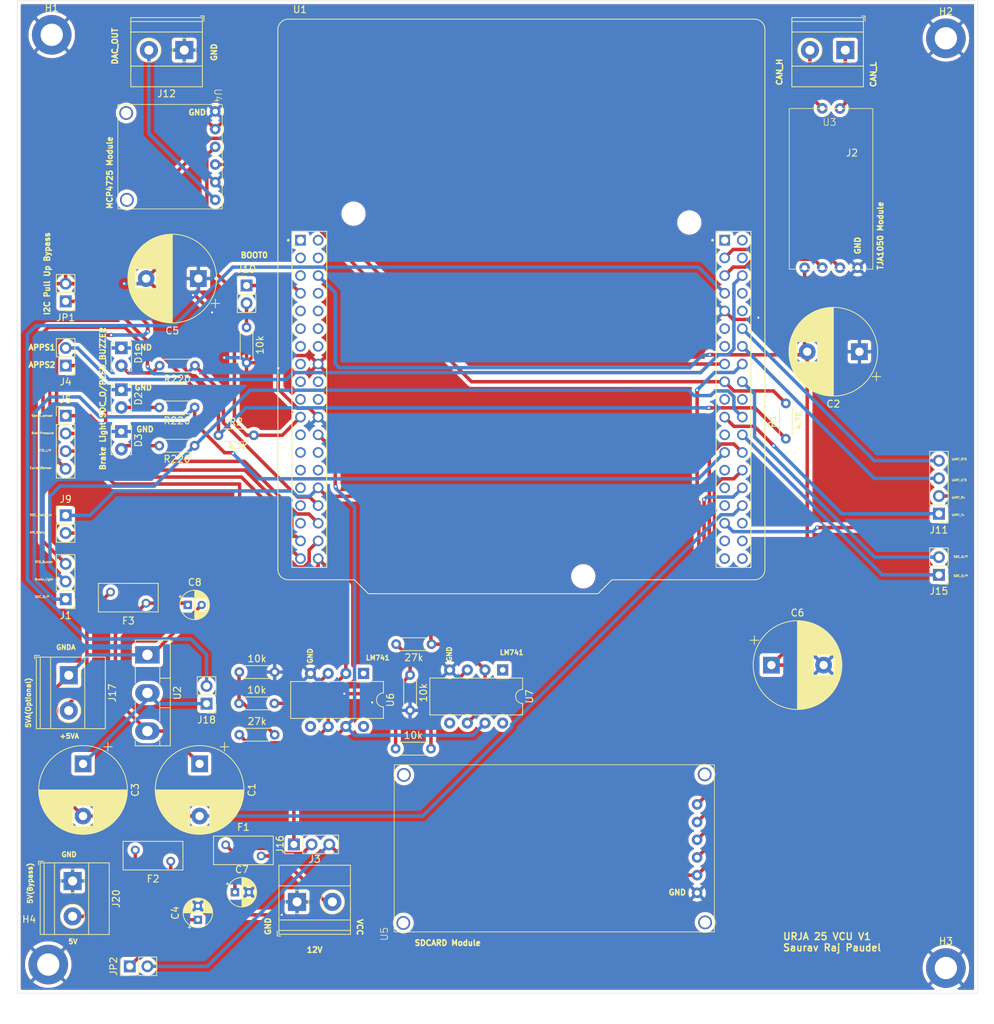
<source format=kicad_pcb>
(kicad_pcb (version 20240108) (generator "pcbnew") (generator_version "8.0")
  (layers (0 "F.Cu" signal) (31 "B.Cu" signal) (34 "B.Paste" user) (35 "F.Paste" user) (36 "B.SilkS" user "B.Silkscreen") (37 "F.SilkS" user "F.Silkscreen") (38 "B.Mask" user) (39 "F.Mask" user) (44 "Edge.Cuts" user))
  (net 0 "")
  (net 1 "GND")
  (net 2 "GNDA")
  (net 3 "CAN_L")
  (net 4 "CAN_H")
  (net 5 "+5VA")
  (net 6 "+5V")
  (net 7 "Net-(J18-Pin_1)")
  (net 8 "5V")
  (net 9 "Net-(D1-A)")
  (net 10 "Net-(D2-A)")
  (net 11 "Net-(D3-A)")
  (net 12 "SDC_O{slash}P_DIGITAL")
  (net 13 "Net-(J16-Pin_2)")
  (net 14 "APPS_Sensor1")
  (net 15 "APPS_Sensor2")
  (net 16 "Current_sensor_BSPD_ANALOG")
  (net 17 "RTD_DIGITAL_INPUT")
  (net 18 "Speed_Sensor_ANALOG_DIGITAL")
  (net 19 "RTD_Buzzer_Digital")
  (net 20 "UART_RTS")
  (net 21 "UART_Rx")
  (net 22 "UART_Tx")
  (net 23 "UART_CTS")
  (net 24 "Brake_Light_Digital")
  (net 25 "SD_CARD_CLK")
  (net 26 "SD_CARD_MOSI")
  (net 27 "SD_CARD_NSS")
  (net 28 "SD_CARD_MISO")
  (net 29 "Free_Output_GPIO2")
  (net 30 "Free_Output_GPIO1")
  (net 31 "+12V")
  (net 32 "+3.3VA")
  (net 33 "BOOT0")
  (net 34 "Net-(J19-Pin_2)")
  (net 35 "DAC_OUT")
  (net 36 "BrakePressureSensor")
  (net 37 "3V3")
  (net 38 "CAN_TX")
  (net 70 "CAN_RX")
  (net 81 "SDC_Status_In_VCU")
  (net 82 "Free_GPIO1_AIR_Status")
  (net 83 "Net-(JP1-A)")
  (net 84 "Net-(R11-Pad1)")
  (net 85 "Net-(R10-Pad1)")
  (net 86 "Net-(U6-+)")
  (net 87 "Net-(U7-+)")
  (net 88 "I2C_SCL_N")
  (net 90 "I2C_SDA_P")
  (net 98 "Net-(J3-Pin_2)")
  (net 99 "Net-(J20-Pin_2)")
  (net 100 "Net-(J17-Pin_2)")
  (footprint "MountingHole:MountingHole_3.2mm_M3_ISO7380_Pad" (layer "F.Cu") (at 169.7 23.14)
    (property "Reference" "H2")
    (property "Value" "MountingHole_Pad")
  )
  (footprint "TerminalBlock_Phoenix:TerminalBlock_Phoenix_MKDS-1,5-2-5.08_1x02_P5.08mm_Horizontal" (layer "F.Cu") (at 155.245 24.835 180)
    (property "Reference" "J2")
    (property "Value" "Conn_01x02_Pin")
  )
  (footprint "Fuse:Fuse_BelFuse_0ZRE0005FF_L8.3mm_W3.8mm" (layer "F.Cu") (at 54.75 104.25 180)
    (property "Reference" "F3")
    (property "Value" "Polyfuse")
  )
  (footprint "Capacitor_THT:CP_Radial_D4.0mm_P2.00mm" (layer "F.Cu") (at 62.2 149.713959 90)
    (property "Reference" "C4")
    (property "Value" "10uf")
  )
  (footprint "Resistor_THT:R_Axial_DIN0204_L3.6mm_D1.6mm_P5.08mm_Horizontal" (layer "F.Cu") (at 68.16 123.14)
    (property "Reference" "27k")
    (property "Value" "R")
  )
  (footprint "Resistor_THT:R_Axial_DIN0204_L3.6mm_D1.6mm_P5.08mm_Horizontal" (layer "F.Cu") (at 61.74 81.64 180)
    (property "Reference" "R220")
    (property "Value" "R220")
  )
  (footprint "Connector_PinHeader_2.54mm:PinHeader_1x04_P2.54mm_Vertical" (layer "F.Cu") (at 43.2 77.34)
    (property "Reference" "J5")
    (property "Value" "Conn_01x04_Pin")
  )
  (footprint "LED_THT:LED_D2.0mm_W4.0mm_H2.8mm_FlatTop" (layer "F.Cu") (at 51.2 73.6 -90)
    (property "Reference" "D2")
    (property "Value" "D")
  )
  (footprint "Capacitor_THT:CP_Radial_D4.0mm_P2.00mm" (layer "F.Cu") (at 60.75 104.5)
    (property "Reference" "C8")
    (property "Value" "C")
  )
  (footprint "Package_DIP:CERDIP-8_W7.62mm_SideBrazed" (layer "F.Cu") (at 106.01 113.835 -90)
    (property "Reference" "U7")
    (property "Value" "LM741")
  )
  (footprint "Resistor_THT:R_Axial_DIN0204_L3.6mm_D1.6mm_P5.08mm_Horizontal" (layer "F.Cu") (at 146.7 80.64 90)
    (property "Reference" "R1")
    (property "Value" "4.7K")
  )
  (footprint "MountingHole:MountingHole_3.2mm_M3_ISO7380_Pad" (layer "F.Cu") (at 169.7 156.64)
    (property "Reference" "H3")
    (property "Value" "MountingHole_Pad")
  )
  (footprint "Resistor_THT:R_Axial_DIN0204_L3.6mm_D1.6mm_P5.08mm_Horizontal" (layer "F.Cu") (at 68.16 114.14)
    (property "Reference" "10k")
    (property "Value" "R")
  )
  (footprint "Capacitor_THT:CP_Radial_D4.0mm_P2.00mm" (layer "F.Cu") (at 67.527401 145.75)
    (property "Reference" "C7")
    (property "Value" "C")
  )
  (footprint "LED_THT:LED_D2.0mm_W4.0mm_H2.8mm_FlatTop" (layer "F.Cu") (at 51.2 79.6 -90)
    (property "Reference" "D3")
    (property "Value" "D")
  )
  (footprint "Capacitor_THT:CP_Radial_D12.5mm_P7.50mm" (layer "F.Cu") (at 157.273959 68.14 180)
    (property "Reference" "C2")
    (property "Value" "C")
  )
  (footprint "Connector_PinHeader_2.54mm:PinHeader_1x03_P2.54mm_Vertical" (layer "F.Cu") (at 76.005 138.89 90)
    (property "Reference" "J16")
    (property "Value" "Conn_01x03_Pin")
  )
  (footprint "Resistor_THT:R_Axial_DIN0204_L3.6mm_D1.6mm_P5.08mm_Horizontal" (layer "F.Cu") (at 65.16 80.14)
    (property "Reference" "R2")
    (property "Value" "4.7K")
  )
  (footprint "Fuse:Fuse_BelFuse_0ZRE0005FF_L8.3mm_W3.8mm" (layer "F.Cu") (at 66.2 138.95)
    (property "Reference" "F1")
    (property "Value" "Polyfuse")
  )
  (footprint "TerminalBlock_Phoenix:TerminalBlock_Phoenix_MKDS-1,5-2-5.08_1x02_P5.08mm_Horizontal" (layer "F.Cu") (at 76.45 147.14)
    (property "Reference" "J3")
    (property "Value" "Screw_Terminal_01x02")
  )
  (footprint "Library:ST_NUCLEO-F410RB" (layer "F.Cu") (at 108.7 61.64)
    (property "Reference" "U1")
    (property "Value" "~")
  )
  (footprint "Connector_PinHeader_2.54mm:PinHeader_1x02_P2.54mm_Vertical" (layer "F.Cu") (at 69.2 58.64)
    (property "Reference" "J19")
    (property "Value" "Conn_01x02_Pin")
  )
  (footprint "Connector_PinHeader_2.54mm:PinHeader_1x02_P2.54mm_Vertical" (layer "F.Cu") (at 168.7 100.18 180)
    (property "Reference" "J15")
    (property "Value" "Conn_01x02_Pin")
  )
  (footprint "Resistor_THT:R_Axial_DIN0204_L3.6mm_D1.6mm_P5.08mm_Horizontal" (layer "F.Cu") (at 61.74 76.14 180)
    (property "Reference" "R220")
    (property "Value" "R220")
  )
  (footprint "Resistor_THT:R_Axial_DIN0204_L3.6mm_D1.6mm_P5.08mm_Horizontal" (layer "F.Cu") (at 90.62 125.14)
    (property "Reference" "10k")
    (property "Value" "R")
  )
  (footprint "Fuse:Fuse_BelFuse_0ZRE0005FF_L8.3mm_W3.8mm" (layer "F.Cu") (at 58.3 141.3 180)
    (property "Reference" "F2")
    (property "Value" "Polyfuse")
  )
  (footprint "Capacitor_THT:CP_Radial_D12.5mm_P7.50mm" (layer "F.Cu") (at 144.626041 113.14)
    (property "Reference" "C6")
    (property "Value" "C")
  )
  (footprint "Resistor_THT:R_Axial_DIN0204_L3.6mm_D1.6mm_P5.08mm_Horizontal" (layer "F.Cu") (at 95.78 110.14 180)
    (property "Reference" "27k")
    (property "Value" "27k")
  )
  (footprint "Capacitor_THT:CP_Radial_D12.5mm_P7.50mm" (layer "F.Cu") (at 45.7 127.316041 -90)
    (property "Reference" "C3")
    (property "Value" "10uf")
  )
  (footprint "MountingHole:MountingHole_3.2mm_M3_ISO7380_Pad" (layer "F.Cu") (at 40.7 156.14)
    (property "Reference" "H4")
    (property "Value" "MountingHole_Pad")
  )
  (footprint "Library:TJA1050_Module" (layer "F.Cu") (at 151.936 33.2227)
    (property "Reference" "U3")
    (property "Value" "~")
  )
  (footprint "Library:MCP4725" (layer "F.Cu") (at 64.7 33.64 -90)
    (property "Reference" "U4")
    (property "Value" "~")
  )
  (footprint "Connector_PinHeader_2.54mm:PinHeader_1x02_P2.54mm_Vertical" (layer "F.Cu") (at 43.2 91.64)
    (property "Reference" "J9")
    (property "Value" "Conn_01x02_Pin")
  )
  (footprint "Capacitor_THT:CP_Radial_D12.5mm_P7.50mm" (layer "F.Cu") (at 62.273959 57.64 180)
    (property "Reference" "C5")
    (property "Value" "C")
  )
  (footprint "Resistor_THT:R_Axial_DIN0204_L3.6mm_D1.6mm_P5.08mm_Horizontal" (layer "F.Cu") (at 68.12 118.64)
    (property "Reference" "10k")
    (property "Value" "R")
  )
  (footprint "Capacitor_THT:CP_Radial_D12.5mm_P7.50mm" (layer "F.Cu") (at 62.45 127.316041 -90)
    (property "Reference" "C1")
    (property "Value" "10uf")
  )
  (footprint "Library:sdcard_module" (layer "F.Cu") (at 136.42 139.45 90)
    (property "Reference" "U5")
    (property "Value" "~")
  )
  (footprint "LED_THT:LED_D2.0mm_W4.0mm_H2.8mm_FlatTop" (layer "F.Cu") (at 51.2 67.6 -90)
    (property "Reference" "D1")
    (property "Value" "D")
  )
  (footprint "TerminalBlock_Phoenix:TerminalBlock_Phoenix_MKDS-1,5-2-5.08_1x02_P5.08mm_Horizontal" (layer "F.Cu") (at 43.645 114.595 -90)
    (property "Reference" "J17")
    (property "Value" "Screw_Terminal_01x02")
  )
  (footprint "Package_TO_SOT_THT:TO-218-3_Vertical" (layer "F.Cu") (at 54.95 111.665 -90)
    (property "Reference" "U2")
    (property "Value" "TLV76133DCY")
  )
  (footprint "MountingHole:MountingHole_3.2mm_M3_ISO7380_Pad" (layer "F.Cu") (at 41.2 22.64)
    (property "Reference" "H1")
    (property "Value" "MountingHole_Pad")
  )
  (footprint "Connector_PinHeader_2.54mm:PinHeader_1x02_P2.54mm_Vertical" (layer "F.Cu") (at 43.2 70.14 180)
    (property "Reference" "J4")
    (property "Value" "Conn_01x02_Pin")
  )
  (footprint "Connector_PinHeader_2.54mm:PinHeader_1x04_P2.54mm_Vertical" (layer "F.Cu") (at 168.7 91.405 180)
    (property "Reference" "J11")
    (property "Value" "Conn_01x04_Pin")
  )
  (footprint "Connector_PinHeader_2.54mm:PinHeader_1x02_P2.54mm_Vertical" (layer "F.Cu") (at 63.45 118.68 180)
    (property "Reference" "J18")
    (property "Value" "Analog Voltage Bypass")
  )
  (footprint "Resistor_THT:R_Axial_DIN0204_L3.6mm_D1.6mm_P5.08mm_Horizontal" (layer "F.Cu") (at 69.2 64.64 -90)
    (property "Reference" "10k")
    (property "Value" "R")
  )
  (footprint "Connector_PinHeader_2.54mm:PinHeader_1x02_P2.54mm_Vertical" (layer "F.Cu") (at 52.41 156.39 90)
    (property "Reference" "JP2")
    (property "Value" "SolderJumper_2_Open")
  )
  (footprint "Connector_PinHeader_2.54mm:PinHeader_1x03_P2.54mm_Vertical" (layer "F.Cu") (at 43.2 103.68 180)
    (property "Reference" "J1")
    (property "Value" "Conn_01x03_Pin")
  )
  (footprint "Connector_PinHeader_2.54mm:PinHeader_1x02_P2.54mm_Vertical" (layer "F.Cu") (at 43.2 60.915 180)
    (property "Reference" "JP1")
    (property "Value" "SolderJumper_2_Open")
  )
  (footprint "TerminalBlock_Phoenix:TerminalBlock_Phoenix_MKDS-1,5-2-5.08_1x02_P5.08mm_Horizontal" (layer "F.Cu") (at 60.245 24.835 180)
    (property "Reference" "J12")
    (property "Value" "Conn_01x02_Pin")
  )
  (footprint "Resistor_THT:R_Axial_DIN0204_L3.6mm_D1.6mm_P5.08mm_Horizontal" (layer "F.Cu") (at 61.78 70.14 180)
    (property "Reference" "R220")
    (property "Value" "R220")
  )
  (footprint "Package_DIP:CERDIP-8_W7.62mm_SideBrazed" (layer "F.Cu") (at 86.01 114.335 -90)
    (property "Reference" "U6")
    (property "Value" "LM741")
  )
  (footprint "Resistor_THT:R_Axial_DIN0204_L3.6mm_D1.6mm_P5.08mm_Horizontal" (layer "F.Cu") (at 92.7 114.56 -90)
    (property "Reference" "10k")
    (property "Value" "R")
  )
  (footprint "TerminalBlock_Phoenix:TerminalBlock_Phoenix_MKDS-1,5-2-5.08_1x02_P5.08mm_Horizontal" (layer "F.Cu") (at 44.2 144.14 -90)
    (property "Reference" "J20")
    (property "Value" "Screw_Terminal_01x02")
  )
  (gr_rect (start 36.25 17.75) (end 174.25 160.25) (stroke (width 0.05)) (fill none) (layer "Edge.Cuts"))
  (gr_text "GND\n" (at 129.75 146.25 0) (layer "F.SilkS") (effects (font (size 0.8 0.8) (thickness 0.2) (bold yes)) (justify left bottom)))
  (gr_text "VCC" (at 85 149.5 270) (layer "F.SilkS") (effects (font (size 0.8 0.8) (thickness 0.2) (bold yes)) (justify left bottom)))
  (gr_text "4.7K" (at 149 79.5 90) (layer "F.SilkS") (effects (font (size 0.8 0.8) (thickness 0.2) (bold yes)) (justify left bottom)))
  (gr_text "TJA1050 Module" (at 160.75 56.5 90) (layer "F.SilkS") (effects (font (size 0.8 0.8) (thickness 0.2) (bold yes)) (justify left bottom)))
  (gr_text "APPS1" (at 37.75 68 0) (layer "F.SilkS") (effects (font (size 0.8 0.8) (thickness 0.2) (bold yes)) (justify left bottom)))
  (gr_text "CAN_L" (at 159.75 30.25 90) (layer "F.SilkS") (effects (font (size 0.8 0.8) (thickness 0.2) (bold yes)) (justify left bottom)))
  (gr_text "UART_Rx" (at 170.5 89.25 0) (layer "F.SilkS") (effects (font (size 0.3 0.3) (thickness 0.075) (bold yes)) (justify left bottom)))
  (gr_text "GND" (at 60.75 34.25 0) (layer "F.SilkS") (effects (font (size 0.8 0.8) (thickness 0.2) (bold yes)) (justify left bottom)))
  (gr_text "GND" (at 78.75 113 90) (layer "F.SilkS") (effects (font (size 0.7 0.7) (thickness 0.175) (bold yes)) (justify left bottom)))
  (gr_text "5VA(Optional)" (at 38.25 122.25 90) (layer "F.SilkS") (effects (font (size 0.7 0.7) (thickness 0.175) (bold yes)) (justify left bottom)))
  (gr_text "RTD_I/P" (at 39.25 82.5 0) (layer "F.SilkS") (effects (font (size 0.3 0.3) (thickness 0.075) (bold yes)) (justify left bottom)))
  (gr_text "BOOT0" (at 68.25 54.75 0) (layer "F.SilkS") (effects (font (size 0.8 0.8) (thickness 0.2) (bold yes)) (justify left bottom)))
  (gr_text "SDCARD Module" (at 93.25 153.5 0) (layer "F.SilkS") (effects (font (size 0.8 0.8) (thickness 0.2) (bold yes)) (justify left bottom)))
  (gr_text "URJA 25 VCU V1\nSaurav Raj Paudel " (at 146.2 154.3 0) (layer "F.SilkS") (effects (font (size 1 1) (thickness 0.2) (bold yes)) (justify left bottom)))
  (gr_text "CAN_H" (at 146.25 30 90) (layer "F.SilkS") (effects (font (size 0.8 0.8) (thickness 0.2) (bold yes)) (justify left bottom)))
  (gr_text "DAC_OUT" (at 50.75 27 90) (layer "F.SilkS") (effects (font (size 0.8 0.8) (thickness 0.2) (bold yes)) (justify left bottom)))
  (gr_text "BrakePressure" (at 38.25 80 0) (layer "F.SilkS") (effects (font (size 0.3 0.3) (thickness 0.075) (bold yes)) (justify left bottom)))
  (gr_text "SDC_Status_In" (at 38 91.75 0) (layer "F.SilkS") (effects (font (size 0.3 0.3) (thickness 0.075) (bold yes)) (justify left bottom)))
  (gr_text "4.7K" (at 66.5 82.25 0) (layer "F.SilkS") (effects (font (size 0.8 0.8) (thickness 0.2) (bold yes)) (justify left bottom)))
  (gr_text "RTD_Buzzer" (at 38.75 98.5 0) (layer "F.SilkS") (effects (font (size 0.3 0.3) (thickness 0.075) (bold yes)) (justify left bottom)))
  (gr_text "LM741" (at 86.25 112.5 0) (layer "F.SilkS") (effects (font (size 0.7 0.7) (thickness 0.175) (bold yes)) (justify left bottom)))
  (gr_text "GND" (at 65 26.5 90) (layer "F.SilkS") (effects (font (size 0.8 0.8) (thickness 0.2) (bold yes)) (justify left bottom)))
  (gr_text "Brake Light" (at 49 85.25 90) (layer "F.SilkS") (effects (font (size 0.8 0.8) (thickness 0.2) (bold yes)) (justify left bottom)))
  (gr_text "5V(Bypass)" (at 38.5 147.5 90) (layer "F.SilkS") (effects (font (size 0.7 0.7) (thickness 0.175) (bold yes)) (justify left bottom)))
  (gr_text "12V" (at 77.75 154.5 0) (layer "F.SilkS") (effects (font (size 0.8 0.8) (thickness 0.2) (bold yes)) (justify left bottom)))
  (gr_text "UART_RTS" (at 170.5 83.75 0) (layer "F.SilkS") (effects (font (size 0.3 0.3) (thickness 0.075) (bold yes)) (justify left bottom)))
  (gr_text "Brake_Light" (at 38.75 101 0) (layer "F.SilkS") (effects (font (size 0.3 0.3) (thickness 0.075) (bold yes)) (justify left bottom)))
  (gr_text "GND" (at 53 68 0) (layer "F.SilkS") (effects (font (size 0.8 0.8) (thickness 0.2) (bold yes)) (justify left bottom)))
  (gr_text "GND" (at 53 73.75 0) (layer "F.SilkS") (effects (font (size 0.8 0.8) (thickness 0.2) (bold yes)) (justify left bottom)))
  (gr_text "GND" (at 42.5 140.75 0) (layer "F.SilkS") (effects (font (size 0.7 0.7) (thickness 0.175) (bold yes)) (justify left bottom)))
  (gr_text "LED_BUZZER" (at 49 72.25 90) (layer "F.SilkS") (effects (font (size 0.8 0.8) (thickness 0.2) (bold yes)) (justify left bottom)))
  (gr_text "MCP4725 Module" (at 50 47.75 90) (layer "F.SilkS") (effects (font (size 0.8 0.8) (thickness 0.2) (bold yes)) (justify left bottom)))
  (gr_text "AIR_Status" (at 38 94.25 0) (layer "F.SilkS") (effects (font (size 0.3 0.3) (thickness 0.075) (bold yes)) (justify left bottom)))
  (gr_text "Speed_sensor" (at 38.25 77.5 0) (layer "F.SilkS") (effects (font (size 0.3 0.3) (thickness 0.075) (bold yes)) (justify left bottom)))
  (gr_text "SDC_O/P" (at 170.75 100.5 0) (layer "F.SilkS") (effects (font (size 0.3 0.3) (thickness 0.075) (bold yes)) (justify left bottom)))
  (gr_text "CurrentSensor" (at 38 85 0) (layer "F.SilkS") (effects (font (size 0.3 0.3) (thickness 0.075) (bold yes)) (justify left bottom)))
  (gr_text "SDC_O/P" (at 38.75 103.5 0) (layer "F.SilkS") (effects (font (size 0.3 0.3) (thickness 0.075) (bold yes)) (justify left bottom)))
  (gr_text "GND\n" (at 157.5 54.25 90) (layer "F.SilkS") (effects (font (size 0.8 0.8) (thickness 0.2) (bold yes)) (justify left bottom)))
  (gr_text "5V" (at 43.5 153.25 0) (layer "F.SilkS") (effects (font (size 0.7 0.7) (thickness 0.175) (bold yes)) (justify left bottom)))
  (gr_text "GND" (at 98.75 112.75 90) (layer "F.SilkS") (effects (font (size 0.7 0.7) (thickness 0.175) (bold yes)) (justify left bottom)))
  (gr_text "UART_Tx" (at 170.5 91.75 0) (layer "F.SilkS") (effects (font (size 0.3 0.3) (thickness 0.075) (bold yes)) (justify left bottom)))
  (gr_text "GND" (at 53.25 79.75 0) (layer "F.SilkS") (effects (font (size 0.8 0.8) (thickness 0.2) (bold yes)) (justify left bottom)))
  (gr_text "UART_CTS" (at 170.5 86.75 0) (layer "F.SilkS") (effects (font (size 0.3 0.3) (thickness 0.075) (bold yes)) (justify left bottom)))
  (gr_text "APPS2" (at 37.75 70.5 0) (layer "F.SilkS") (effects (font (size 0.8 0.8) (thickness 0.2) (bold yes)) (justify left bottom)))
  (gr_text "LM741" (at 105.5 111.75 0) (layer "F.SilkS") (effects (font (size 0.7 0.7) (thickness 0.175) (bold yes)) (justify left bottom)))
  (gr_text "SDC_O/P" (at 170.75 97.75 0) (layer "F.SilkS") (effects (font (size 0.3 0.3) (thickness 0.075) (bold yes)) (justify left bottom)))
  (gr_text "GND" (at 72.75 152 90) (layer "F.SilkS") (effects (font (size 0.8 0.8) (thickness 0.2) (bold yes)) (justify left bottom)))
  (gr_text "+5VA" (at 42.25 123.75 0) (layer "F.SilkS") (effects (font (size 0.7 0.7) (thickness 0.175) (bold yes)) (justify left bottom)))
  (gr_text "SDC_O/P" (at 49 77.75 90) (layer "F.SilkS") (effects (font (size 0.8 0.8) (thickness 0.2) (bold yes)) (justify left bottom)))
  (gr_text "I2C Pull Up Bypass" (at 41 63 90) (layer "F.SilkS") (effects (font (size 0.8 0.8) (thickness 0.2) (bold yes)) (justify left bottom)))
  (gr_text "GNDA\n" (at 41.75 111 0) (layer "F.SilkS") (effects (font (size 0.7 0.7) (thickness 0.175) (bold yes)) (justify left bottom)))
  (segment (start 61.75 60) (end 64.25 62.5) (width 0.5) (layer "F.Cu") (net 1))
  (segment (start 142.5 63.25) (end 142.245 63.505) (width 0.5) (layer "F.Cu") (net 1))
  (segment (start 76.49173 76.25) (end 78.21 76.25) (width 0.5) (layer "F.Cu") (net 1))
  (segment (start 83.25 117.25) (end 86 117.25) (width 0.5) (layer "F.Cu") (net 1))
  (segment (start 142.245 63.505) (end 139.125 63.505) (width 0.5) (layer "F.Cu") (net 1))
  (segment (start 142.75 63.25) (end 142.5 63.25) (width 0.5) (layer "F.Cu") (net 1))
  (segment (start 61.5 60) (end 61.75 60) (width 0.5) (layer "F.Cu") (net 1))
  (segment (start 86 117.25) (end 87.25 118.5) (width 0.5) (layer "F.Cu") (net 1))
  (segment (start 62.2 147.713959) (end 63.486041 149) (width 0.5) (layer "F.Cu") (net 1))
  (segment (start 139.125 63.505) (end 137.91 62.29) (width 0.5) (layer "F.Cu") (net 1))
  (segment (start 63.486041 149) (end 74.25 149) (width 0.5) (layer "F.Cu") (net 1))
  (segment (start 78.21 76.25) (end 79.49 77.53) (width 0.5) (layer "F.Cu") (net 1))
  (segment (start 73.75 73.50827) (end 76.49173 76.25) (width 0.5) (layer "F.Cu") (net 1))
  (segment (start 73.75 70.5) (end 73.75 73.50827) (width 0.5) (layer "F.Cu") (net 1))
  (via (at 87.25 118.5) (size 0.6) (drill 0.3) (layers "F.Cu" "B.Cu") (net 1))
  (via (at 64.25 62.5) (size 0.6) (drill 0.3) (layers "F.Cu" "B.Cu") (net 1))
  (via (at 73.75 70.5) (size 0.6) (drill 0.3) (layers "F.Cu" "B.Cu") (net 1))
  (via (at 142.75 63.25) (size 0.6) (drill 0.3) (layers "F.Cu" "B.Cu") (net 1))
  (via (at 61.5 60) (size 0.6) (drill 0.3) (layers "F.Cu" "B.Cu") (net 1))
  (via (at 74.25 149) (size 0.6) (drill 0.3) (layers "F.Cu" "B.Cu") (net 1))
  (via (at 83.25 117.25) (size 0.6) (drill 0.3) (layers "F.Cu" "B.Cu") (net 1))
  (segment (start 149.8487 63.25) (end 142.75 63.25) (width 0.5) (layer "B.Cu") (net 1))
  (segment (start 62.273959 57.64) (end 62.273959 59.226041) (width 0.5) (layer "B.Cu") (net 1))
  (segment (start 62.273959 59.226041) (end 61.5 60) (width 0.5) (layer "B.Cu") (net 1))
  (segment (start 72.25 70.5) (end 73.75 70.5) (width 0.5) (layer "B.Cu") (net 1))
  (segment (start 81.305 117.25) (end 83.25 117.25) (width 0.5) (layer "B.Cu") (net 1))
  (segment (start 157.016 56.0827) (end 149.8487 63.25) (width 0.5) (layer "B.Cu") (net 1))
  (segment (start 78.39 114.335) (end 81.305 117.25) (width 0.5) (layer "B.Cu") (net 1))
  (segment (start 64.25 62.5) (end 72.25 70.5) (width 0.5) (layer "B.Cu") (net 1))
  (segment (start 55.585 111.665) (end 54.95 111.665) (width 0.5) (layer "F.Cu") (net 2))
  (segment (start 45.7 134.816041) (end 41.895 131.011041) (width 0.5) (layer "F.Cu") (net 2))
  (segment (start 62.75 104.5) (end 55.585 111.665) (width 0.5) (layer "F.Cu") (net 2))
  (segment (start 45.7 134.816041) (end 62.45 134.816041) (width 0.5) (layer "F.Cu") (net 2))
  (segment (start 41.895 131.011041) (end 41.895 116.345) (width 0.5) (layer "F.Cu") (net 2))
  (segment (start 41.895 116.345) (end 43.645 114.595) (width 0.5) (layer "F.Cu") (net 2))
  (segment (start 107.26 122.08) (end 94.523959 134.816041) (width 0.5) (layer "B.Cu") (net 2))
  (segment (start 140.45 90.23) (end 139.125 91.555) (width 0.5) (layer "B.Cu") (net 2))
  (segment (start 54.95 111.665) (end 46.575 111.665) (width 0.5) (layer "B.Cu") (net 2))
  (segment (start 107.26 121.70173) (end 107.26 122.08) (width 0.5) (layer "B.Cu") (net 2))
  (segment (start 137.40673 91.555) (end 107.26 121.70173) (width 0.5) (layer "B.Cu") (net 2))
  (segment (start 94.523959 134.816041) (end 62.45 134.816041) (width 0.5) (layer "B.Cu") (net 2))
  (segment (start 46.575 111.665) (end 43.645 114.595) (width 0.5) (layer "B.Cu") (net 2))
  (segment (start 139.125 91.555) (end 137.40673 91.555) (width 0.5) (layer "B.Cu") (net 2))
  (segment (start 155.245 32.4537) (end 154.476 33.2227) (width 0.5) (layer "F.Cu") (net 3))
  (segment (start 155.245 24.835) (end 155.245 32.4537) (width 0.5) (layer "F.Cu") (net 3))
  (segment (start 150.165 31.4203) (end 151.942 33.1973) (width 0.5) (layer "F.Cu") (net 4))
  (segment (start 150.165 24.835) (end 150.165 31.4203) (width 0.5) (layer "F.Cu") (net 4))
  (segment (start 60.5 104.25) (end 60.75 104.5) (width 0.5) (layer "F.Cu") (net 5))
  (segment (start 57.748959 122.615) (end 62.45 127.316041) (width 0.5) (layer "F.Cu") (net 5))
  (segment (start 54.95 122.615) (end 57.748959 122.615) (width 0.5) (layer "F.Cu") (net 5))
  (segment (start 54.75 104.25) (end 50.35 108.65) (width 0.5) (layer "F.Cu") (net 5))
  (segment (start 52.01 119.675) (end 54.95 122.615) (width 0.5) (layer "F.Cu") (net 5))
  (segment (start 50.75 119.675) (end 52.01 119.675) (width 0.5) (layer "F.Cu") (net 5))
  (segment (start 54.75 104.25) (end 60.5 104.25) (width 0.5) (layer "F.Cu") (net 5))
  (segment (start 50.35 119.275) (end 50.75 119.675) (width 0.5) (layer "F.Cu") (net 5))
  (segment (start 50.35 108.65) (end 50.35 119.275) (width 0.5) (layer "F.Cu") (net 5))
  (segment (start 85.495 143.3) (end 133.95 143.3) (width 0.5) (layer "F.Cu") (net 6))
  (segment (start 81.085 138.89) (end 85.495 143.3) (width 0.5) (layer "F.Cu") (net 6))
  (segment (start 135.755 68.585) (end 149.328959 68.585) (width 0.5) (layer "F.Cu") (net 6))
  (segment (start 146.45 113.14) (end 147.05 113.74) (width 0.5) (layer "F.Cu") (net 6))
  (segment (start 144.626041 113.14) (end 146.45 113.14) (width 0.5) (layer "F.Cu") (net 6))
  (segment (start 149.773959 68.14) (end 149.773959 107.992082) (width 0.5) (layer "F.Cu") (net 6))
  (segment (start 149.773959 107.992082) (end 144.626041 113.14) (width 0.5) (layer "F.Cu") (net 6))
  (segment (start 147.05 113.74) (end 147.05 130.2) (width 0.5) (layer "F.Cu") (net 6))
  (segment (start 149.396 67.762041) (end 149.773959 68.14) (width 0.5) (layer "F.Cu") (net 6))
  (segment (start 149.396 56.0827) (end 149.396 67.762041) (width 0.5) (layer "F.Cu") (net 6))
  (segment (start 147.05 130.2) (end 133.95 143.3) (width 0.5) (layer "F.Cu") (net 6))
  (segment (start 149.328959 68.585) (end 149.773959 68.14) (width 0.5) (layer "F.Cu") (net 6))
  (via (at 135.755 68.585) (size 0.6) (drill 0.3) (layers "F.Cu" "B.Cu") (net 6))
  (segment (start 135.7 68.64) (end 134.7 68.64) (width 0.5) (layer "B.Cu") (net 6))
  (segment (start 81.95 69.89) (end 81.95 59.67) (width 0.5) (layer "B.Cu") (net 6))
  (segment (start 134.7 68.64) (end 132.9 70.44) (width 0.5) (layer "B.Cu") (net 6))
  (segment (start 54.95 156.39) (end 63.585 156.39) (width 0.5) (layer "B.Cu") (net 6))
  (segment (start 132.9 70.44) (end 82.5 70.44) (width 0.5) (layer "B.Cu") (net 6))
  (segment (start 82.5 70.44) (end 81.95 69.89) (width 0.5) (layer "B.Cu") (net 6))
  (segment (start 63.585 156.39) (end 81.085 138.89) (width 0.5) (layer "B.Cu") (net 6))
  (segment (start 81.95 59.67) (end 79.49 57.21) (width 0.5) (layer "B.Cu") (net 6))
  (segment (start 63.45 118.68) (end 56.49 118.68) (width 0.5) (layer "B.Cu") (net 7))
  (segment (start 54.95 117.14) (end 54.95 118.066041) (width 0.5) (layer "B.Cu") (net 7))
  (segment (start 56.49 118.68) (end 54.95 117.14) (width 0.5) (layer "B.Cu") (net 7))
  (segment (start 54.95 118.066041) (end 45.7 127.316041) (width 0.5) (layer "B.Cu") (net 7))
  (segment (start 58.3 148.8) (end 59.213959 149.713959) (width 0.5) (layer "F.Cu") (net 8))
  (segment (start 59.086041 149.713959) (end 52.41 156.39) (width 0.5) (layer "F.Cu") (net 8))
  (segment (start 59.213959 149.713959) (end 59.086041 149.713959) (width 0.5) (layer "F.Cu") (net 8))
  (segment (start 58.3 141.3) (end 58.3 148.8) (width 0.5) (layer "F.Cu") (net 8))
  (segment (start 62.2 149.713959) (end 59.213959 149.713959) (width 0.5) (layer "F.Cu") (net 8))
  (segment (start 55.65 71.19) (end 52.25 71.19) (width 0.5) (layer "F.Cu") (net 9))
  (segment (start 52.25 71.19) (end 51.2 70.14) (width 0.5) (layer "F.Cu") (net 9))
  (segment (start 56.7 70.14) (end 55.65 71.19) (width 0.5) (layer "F.Cu") (net 9))
  (segment (start 56.66 76.14) (end 51.2 76.14) (width 0.5) (layer "F.Cu") (net 10))
  (segment (start 51.7 81.64) (end 51.2 82.14) (width 0.5) (layer "F.Cu") (net 11))
  (segment (start 56.66 81.64) (end 51.7 81.64) (width 0.5) (layer "F.Cu") (net 11))
  (segment (start 61.74 78.346346) (end 66.033654 82.64) (width 0.5) (layer "F.Cu") (net 12))
  (segment (start 61.74 76.14) (end 61.74 78.346346) (width 0.5) (layer "F.Cu") (net 12))
  (segment (start 67.14 82.64) (end 67.25 82.75) (width 0.5) (layer "F.Cu") (net 12))
  (segment (start 66.033654 82.64) (end 67.14 82.64) (width 0.5) (layer "F.Cu") (net 12))
  (via (at 67.25 82.75) (size 0.6) (drill 0.3) (layers "F.Cu" "B.Cu") (net 12))
  (segment (start 134.13 86.39) (end 137.91 82.61) (width 0.5) (layer "B.Cu") (net 12))
  (segment (start 70.89 86.39) (end 134.13 86.39) (width 0.5) (layer "B.Cu") (net 12))
  (segment (start 45.2 74.64) (end 40.95 74.64) (width 0.5) (layer "B.Cu") (net 12))
  (segment (start 60.39 77.49) (end 48.05 77.49) (width 0.5) (layer "B.Cu") (net 12))
  (segment (start 38.7 100.89) (end 41.49 103.68) (width 0.5) (layer "B.Cu") (net 12))
  (segment (start 40.95 74.64) (end 38.7 76.89) (width 0.5) (layer "B.Cu") (net 12))
  (segment (start 48.05 77.49) (end 45.2 74.64) (width 0.5) (layer "B.Cu") (net 12))
  (segment (start 61.74 76.14) (end 60.39 77.49) (width 0.5) (layer "B.Cu") (net 12))
  (segment (start 38.7 76.89) (end 38.7 100.89) (width 0.5) (layer "B.Cu") (net 12))
  (segment (start 67.25 82.75) (end 70.89 86.39) (width 0.5) (layer "B.Cu") (net 12))
  (segment (start 41.49 103.68) (end 43.2 103.68) (width 0.5) (layer "B.Cu") (net 12))
  (segment (start 66.2 138.95) (end 67.527401 140.277401) (width 0.5) (layer "F.Cu") (net 13))
  (segment (start 68.339802 139.465) (end 73.98 139.465) (width 0.5) (layer "F.Cu") (net 13))
  (segment (start 74.705 140.19) (end 77.245 140.19) (width 0.5) (layer "F.Cu") (net 13))
  (segment (start 73.98 139.465) (end 74.705 140.19) (width 0.5) (layer "F.Cu") (net 13))
  (segment (start 67.527401 140.277401) (end 67.527401 145.75) (width 0.5) (layer "F.Cu") (net 13))
  (segment (start 77.245 140.19) (end 78.545 138.89) (width 0.5) (layer "F.Cu") (net 13))
  (segment (start 67.527401 140.277401) (end 68.339802 139.465) (width 0.5) (layer "F.Cu") (net 13))
  (segment (start 75.92173 71.14) (end 134.45 71.14) (width 0.5) (layer "B.Cu") (net 14))
  (segment (start 74.92173 72.14) (end 75.92173 71.14) (width 0.5) (layer "B.Cu") (net 14))
  (segment (start 139.235 58.425) (end 140.45 57.21) (width 0.5) (layer "B.Cu") (net 14))
  (segment (start 139.235 67.76327) (end 139.235 58.425) (width 0.5) (layer "B.Cu") (net 14))
  (segment (start 49.45 72.14) (end 74.92173 72.14) (width 0.5) (layer "B.Cu") (net 14))
  (segment (start 137.005 68.585) (end 138.41327 68.585) (width 0.5) (layer "B.Cu") (net 14))
  (segment (start 138.41327 68.585) (end 139.235 67.76327) (width 0.5) (layer "B.Cu") (net 14))
  (segment (start 43.2 67.6) (end 44.91 67.6) (width 0.5) (layer "B.Cu") (net 14))
  (segment (start 44.91 67.6) (end 49.45 72.14) (width 0.5) (layer "B.Cu") (net 14))
  (segment (start 134.45 71.14) (end 137.005 68.585) (width 0.5) (layer "B.Cu") (net 14))
  (segment (start 49.95 83.89) (end 68.89173 83.89) (width 0.5) (layer "F.Cu") (net 15))
  (segment (start 68.89173 83.89) (end 76.44673 91.445) (width 0.5) (layer "F.Cu") (net 15))
  (segment (start 45.95 70.14) (end 48.95 73.14) (width 0.5) (layer "F.Cu") (net 15))
  (segment (start 43.2 70.14) (end 45.95 70.14) (width 0.5) (layer "F.Cu") (net 15))
  (segment (start 78.165 91.445) (end 79.49 92.77) (width 0.5) (layer "F.Cu") (net 15))
  (segment (start 48.95 73.14) (end 48.95 82.89) (width 0.5) (layer "F.Cu") (net 15))
  (segment (start 48.95 82.89) (end 49.95 83.89) (width 0.5) (layer "F.Cu") (net 15))
  (segment (start 76.44673 91.445) (end 78.165 91.445) (width 0.5) (layer "F.Cu") (net 15))
  (segment (start 63.992 37.508) (end 53 48.5) (width 0.5) (layer "F.Cu") (net 16))
  (segment (start 43.2 84.96) (end 41.9 83.66) (width 0.5) (layer "F.Cu") (net 16))
  (segment (start 53 62.25) (end 55 64.25) (width 0.5) (layer "F.Cu") (net 16))
  (segment (start 53 48.5) (end 53 62.25) (width 0.5) (layer "F.Cu") (net 16))
  (segment (start 41.9 67.061522) (end 43.211522 65.75) (width 0.5) (layer "F.Cu") (net 16))
  (segment (start 41.9 83.66) (end 41.9 67.061522) (width 0.5) (layer "F.Cu") (net 16))
  (segment (start 55 65.25) (end 55 64.25) (width 0.5) (layer "F.Cu") (net 16))
  (segment (start 68.758 37.508) (end 63.992 37.508) (width 0.5) (layer "F.Cu") (net 16))
  (segment (start 101.16 69.91) (end 68.758 37.508) (width 0.5) (layer "F.Cu") (net 16))
  (segment (start 137.91 69.91) (end 101.16 69.91) (width 0.5) (layer "F.Cu") (net 16))
  (segment (start 43.211522 65.75) (end 49.75 65.75) (width 0.5) (layer "F.Cu") (net 16))
  (via (at 55 65.25) (size 0.6) (drill 0.3) (layers "F.Cu" "B.Cu") (net 16))
  (via (at 49.75 65.75) (size 0.6) (drill 0.3) (layers "F.Cu" "B.Cu") (net 16))
  (segment (start 54.5 65.75) (end 55 65.25) (width 0.5) (layer "B.Cu") (net 16))
  (segment (start 49.75 65.75) (end 54.5 65.75) (width 0.5) (layer "B.Cu") (net 16))
  (segment (start 46.23 82.42) (end 46.7 82.89) (width 0.5) (layer "F.Cu") (net 17))
  (segment (start 78.2 98.31827) (end 78.2 96.6) (width 0.5) (layer "F.Cu") (net 17))
  (segment (start 68.2 90.81827) (end 76.44673 99.065) (width 0.5) (layer "F.Cu") (net 17))
  (segment (start 43.2 82.42) (end 46.23 82.42) (width 0.5) (layer "F.Cu") (net 17))
  (segment (start 77.45327 99.065) (end 78.2 98.31827) (width 0.5) (layer "F.Cu") (net 17))
  (segment (start 46.7 83.64) (end 50.2 87.14) (width 0.5) (layer "F.Cu") (net 17))
  (segment (start 46.7 82.89) (end 46.7 83.64) (width 0.5) (layer "F.Cu") (net 17))
  (segment (start 78.2 96.6) (end 79.49 95.31) (width 0.5) (layer "F.Cu") (net 17))
  (segment (start 76.44673 99.065) (end 77.45327 99.065) (width 0.5) (layer "F.Cu") (net 17))
  (segment (start 50.2 87.14) (end 68.2 87.14) (width 0.5) (layer "F.Cu") (net 17))
  (segment (start 68.2 87.14) (end 68.2 90.81827) (width 0.5) (layer "F.Cu") (net 17))
  (segment (start 68.95 85.14) (end 75.7 91.89) (width 0.5) (layer "F.Cu") (net 18))
  (segment (start 50.21005 85.14) (end 68.95 85.14) (width 0.5) (layer "F.Cu") (net 18))
  (segment (start 75.7 91.89) (end 75.7 94.64) (width 0.5) (layer "F.Cu") (net 18))
  (segment (start 76.28 94.64) (end 76.95 95.31) (width 0.5) (layer "F.Cu") (net 18))
  (segment (start 48.25 83.17995) (end 50.21005 85.14) (width 0.5) (layer "F.Cu") (net 18))
  (segment (start 43.2 77.34) (end 46.7 77.34) (width 0.5) (layer "F.Cu") (net 18))
  (segment (start 46.7 77.34) (end 48.25 78.89) (width 0.5) (layer "F.Cu") (net 18))
  (segment (start 75.7 94.64) (end 76.28 94.64) (width 0.5) (layer "F.Cu") (net 18))
  (segment (start 48.25 78.89) (end 48.25 83.17995) (width 0.5) (layer "F.Cu") (net 18))
  (segment (start 40.7 64.64) (end 51.7 64.64) (width 0.5) (layer "F.Cu") (net 19))
  (segment (start 54.95 67.89) (end 54.95 70.2) (width 0.5) (layer "F.Cu") (net 19))
  (segment (start 78.275 89.015) (end 79.49 90.23) (width 0.5) (layer "F.Cu") (net 19))
  (segment (start 39.95 95.35) (end 39.95 65.39) (width 0.5) (layer "F.Cu") (net 19))
  (segment (start 39.95 65.39) (end 40.7 64.64) (width 0.5) (layer "F.Cu") (net 19))
  (segment (start 65.86 78.31827) (end 76.55673 89.015) (width 0.5) (layer "F.Cu") (net 19))
  (segment (start 54.95 70.2) (end 55 70.25) (width 0.5) (layer "F.Cu") (net 19))
  (segment (start 61.78 70.14) (end 65.86 74.22) (width 0.5) (layer "F.Cu") (net 19))
  (segment (start 51.7 64.64) (end 54.95 67.89) (width 0.5) (layer "F.Cu") (net 19))
  (segment (start 76.55673 89.015) (end 78.275 89.015) (width 0.5) (layer "F.Cu") (net 19))
  (segment (start 43.2 98.6) (end 39.95 95.35) (width 0.5) (layer "F.Cu") (net 19))
  (segment (start 65.86 74.22) (end 65.86 78.31827) (width 0.5) (layer "F.Cu") (net 19))
  (via (at 55 70.25) (size 0.6) (drill 0.3) (layers "F.Cu" "B.Cu") (net 19))
  (segment (start 55 70.25) (end 55 70.44) (width 0.5) (layer "B.Cu") (net 19))
  (segment (start 55.85 71.29) (end 60.63 71.29) (width 0.5) (layer "B.Cu") (net 19))
  (segment (start 60.63 71.29) (end 61.78 70.14) (width 0.5) (layer "B.Cu") (net 19))
  (segment (start 55 70.44) (end 55.85 71.29) (width 0.5) (layer "B.Cu") (net 19))
  (segment (start 168.7 83.785) (end 159.405 83.785) (width 0.5) (layer "B.Cu") (net 20))
  (segment (start 159.405 83.785) (end 140.45 64.83) (width 0.5) (layer "B.Cu") (net 20))
  (segment (start 151.2 93.39) (end 170.7 93.39) (width 0.5) (layer "F.Cu") (net 21))
  (segment (start 171.95 90.64) (end 170.175 88.865) (width 0.5) (layer "F.Cu") (net 21))
  (segment (start 170.7 93.39) (end 171.95 92.14) (width 0.5) (layer "F.Cu") (net 21))
  (segment (start 170.175 88.865) (end 168.7 88.865) (width 0.5) (layer "F.Cu") (net 21))
  (segment (start 171.95 92.14) (end 171.95 90.64) (width 0.5) (layer "F.Cu") (net 21))
  (via (at 151.2 93.39) (size 0.6) (drill 0.3) (layers "F.Cu" "B.Cu") (net 21))
  (segment (start 150.605 93.985) (end 151.2 93.39) (width 0.5) (layer "B.Cu") (net 21))
  (segment (start 139.125 93.985) (end 137.91 92.77) (width 0.5) (layer "B.Cu") (net 21))
  (segment (start 150.605 93.985) (end 139.125 93.985) (width 0.5) (layer "B.Cu") (net 21))
  (segment (start 144.95 81.64) (end 142.165 78.855) (width 0.5) (layer "F.Cu") (net 22))
  (segment (start 142.165 78.855) (end 139.235 78.855) (width 0.5) (layer "F.Cu") (net 22))
  (segment (start 139.235 78.855) (end 137.91 77.53) (width 0.5) (layer "F.Cu") (net 22))
  (via (at 144.95 81.64) (size 0.6) (drill 0.3) (layers "F.Cu" "B.Cu") (net 22))
  (segment (start 168.7 91.405) (end 154.715 91.405) (width 0.5) (layer "B.Cu") (net 22))
  (segment (start 154.715 91.405) (end 144.95 81.64) (width 0.5) (layer "B.Cu") (net 22))
  (segment (start 168.7 86.325) (end 159.405 86.325) (width 0.5) (layer "B.Cu") (net 23))
  (segment (start 159.405 86.325) (end 140.45 67.37) (width 0.5) (layer "B.Cu") (net 23))
  (segment (start 139.235 76.315) (end 140.45 77.53) (width 0.5) (layer "B.Cu") (net 24))
  (segment (start 124.675 73.665) (end 124.7 73.64) (width 0.5) (layer "B.Cu") (net 24))
  (segment (start 138.41327 73.775) (end 139.235 74.59673) (width 0.5) (layer "B.Cu") (net 24))
  (segment (start 124.7 73.64) (end 132.7 73.64) (width 0.5) (layer "B.Cu") (net 24))
  (segment (start 61.74 81.64) (end 55.94 87.44) (width 0.5) (layer "B.Cu") (net 24))
  (segment (start 135.9 74.44) (end 136.565 73.775) (width 0.5) (layer "B.Cu") (net 24))
  (segment (start 136.565 73.775) (end 138.41327 73.775) (width 0.5) (layer "B.Cu") (net 24))
  (segment (start 69.715 73.665) (end 124.675 73.665) (width 0.5) (layer "B.Cu") (net 24))
  (segment (start 42.4 87.44) (end 40.95 88.89) (width 0.5) (layer "B.Cu") (net 24))
  (segment (start 61.74 81.64) (end 69.715 73.665) (width 0.5) (layer "B.Cu") (net 24))
  (segment (start 55.94 87.44) (end 42.4 87.44) (width 0.5) (layer "B.Cu") (net 24))
  (segment (start 139.235 74.59673) (end 139.235 76.315) (width 0.5) (layer "B.Cu") (net 24))
  (segment (start 132.7 73.64) (end 133.5 74.44) (width 0.5) (layer "B.Cu") (net 24))
  (segment (start 133.5 74.44) (end 135.9 74.44) (width 0.5) (layer "B.Cu") (net 24))
  (segment (start 40.95 98.89) (end 43.2 101.14) (width 0.5) (layer "B.Cu") (net 24))
  (segment (start 40.95 88.89) (end 40.95 98.89) (width 0.5) (layer "B.Cu") (net 24))
  (segment (start 134.95 89.39) (end 134.95 111.14) (width 0.5) (layer "F.Cu") (net 25))
  (segment (start 134.95 111.14) (end 139.43 115.62) (width 0.5) (layer "F.Cu") (net 25))
  (segment (start 139.43 130.2) (end 133.95 135.68) (width 0.5) (layer "F.Cu") (net 25))
  (segment (start 139.43 115.62) (end 139.43 130.2) (width 0.5) (layer "F.Cu") (net 25))
  (via (at 134.95 89.39) (size 0.6) (drill 0.3) (layers "F.Cu" "B.Cu") (net 25))
  (segment (start 139.125 89.015) (end 140.45 87.69) (width 0.5) (layer "B.Cu") (net 25))
  (segment (start 134.95 89.39) (end 135.325 89.015) (width 0.5) (layer "B.Cu") (net 25))
  (segment (start 135.325 89.015) (end 139.125 89.015) (width 0.5) (layer "B.Cu") (net 25))
  (segment (start 137.40673 81.395) (end 135.7 83.10173) (width 0.5) (layer "F.Cu") (net 26))
  (segment (start 135.7 110.14) (end 141.97 116.41) (width 0.5) (layer "F.Cu") (net 26))
  (segment (start 140.45 82.61) (end 139.235 81.395) (width 0.5) (layer "F.Cu") (net 26))
  (segment (start 135.7 89.771371) (end 135.7 110.14) (width 0.5) (layer "F.Cu") (net 26))
  (segment (start 139.235 81.395) (end 137.40673 81.395) (width 0.5) (layer "F.Cu") (net 26))
  (segment (start 141.97 130.2) (end 133.95 138.22) (width 0.5) (layer "F.Cu") (net 26))
  (segment (start 135.75 89.058629) (end 135.75 89.721371) (width 0.5) (layer "F.Cu") (net 26))
  (segment (start 135.7 89.008629) (end 135.75 89.058629) (width 0.5) (layer "F.Cu") (net 26))
  (segment (start 141.97 116.41) (end 141.97 130.2) (width 0.5) (layer "F.Cu") (net 26))
  (segment (start 135.7 83.10173) (end 135.7 89.008629) (width 0.5) (layer "F.Cu") (net 26))
  (segment (start 135.75 89.721371) (end 135.7 89.771371) (width 0.5) (layer "F.Cu") (net 26))
  (segment (start 134.2 89.771371) (end 134.2 112.89) (width 0.5) (layer "F.Cu") (net 27))
  (segment (start 133.95 73.64) (end 133.95 89.521371) (width 0.5) (layer "F.Cu") (net 27))
  (segment (start 133.95 89.521371) (end 134.2 89.771371) (width 0.5) (layer "F.Cu") (net 27))
  (segment (start 136.89 115.58) (end 136.89 130.2) (width 0.5) (layer "F.Cu") (net 27))
  (segment (start 134.2 112.89) (end 136.89 115.58) (width 0.5) (layer "F.Cu") (net 27))
  (segment (start 136.89 130.2) (end 133.95 133.14) (width 0.5) (layer "F.Cu") (net 27))
  (via (at 133.95 73.64) (size 0.6) (drill 0.3) (layers "F.Cu" "B.Cu") (net 27))
  (segment (start 133.95 73.64) (end 136.465 71.125) (width 0.5) (layer "B.Cu") (net 27))
  (segment (start 139.235 71.125) (end 140.45 69.91) (width 0.5) (layer "B.Cu") (net 27))
  (segment (start 136.465 71.125) (end 139.235 71.125) (width 0.5) (layer "B.Cu") (net 27))
  (segment (start 139.21 86.39) (end 137.49173 86.39) (width 0.5) (layer "F.Cu") (net 28))
  (segment (start 144.51 117.45) (end 144.51 130.2) (width 0.5) (layer "F.Cu") (net 28))
  (segment (start 136.45 109.39) (end 144.51 117.45) (width 0.5) (layer "F.Cu") (net 28))
  (segment (start 140.45 85.15) (end 139.21 86.39) (width 0.5) (layer "F.Cu") (net 28))
  (segment (start 136.45 87.43173) (end 136.45 109.39) (width 0.5) (layer "F.Cu") (net 28))
  (segment (start 137.49173 86.39) (end 136.45 87.43173) (width 0.5) (layer "F.Cu") (net 28))
  (segment (start 144.51 130.2) (end 133.95 140.76) (width 0.5) (layer "F.Cu") (net 28))
  (segment (start 160.56 100.18) (end 140.45 80.07) (width 0.5) (layer "B.Cu") (net 29))
  (segment (start 168.7 100.18) (end 160.56 100.18) (width 0.5) (layer "B.Cu") (net 29))
  (segment (start 142.2 80.39) (end 142.2 74.2) (width 0.5) (layer "B.Cu") (net 30))
  (segment (start 168.7 97.64) (end 159.45 97.64) (width 0.5) (layer "B.Cu") (net 30))
  (segment (start 159.45 97.64) (end 142.2 80.39) (width 0.5) (layer "B.Cu") (net 30))
  (segment (start 142.2 74.2) (end 140.45 72.45) (width 0.5) (layer "B.Cu") (net 30))
  (segment (start 81.95 87.45) (end 81.95 82.53) (width 0.5) (layer "F.Cu") (net 31))
  (segment (start 83.47 121.955) (end 76.005 129.42) (width 0.5) (layer "F.Cu") (net 31))
  (segment (start 82 87.5) (end 81.95 87.45) (width 0.5) (layer "F.Cu") (net 31))
  (segment (start 81.95 82.53) (end 79.49 80.07) (width 0.5) (layer "F.Cu") (net 31))
  (segment (start 76.005 129.42) (end 76.005 138.89) (width 0.5) (layer "F.Cu") (net 31))
  (via (at 82 87.5) (size 0.6) (drill 0.3) (layers "F.Cu" "B.Cu") (net 31))
  (segment (start 83.47 121.955) (end 84.72 120.705) (width 0.5) (layer "B.Cu") (net 31))
  (segment (start 84.66 90.41) (end 84.72 90.41) (width 0.5) (layer "B.Cu") (net 31))
  (segment (start 82 87.75) (end 84.66 90.41) (width 0.5) (layer "B.Cu") (net 31))
  (segment (start 103.47 121.455) (end 101.72 123.205) (width 0.5) (layer "B.Cu") (net 31))
  (segment (start 84.72 123.205) (end 83.47 121.955) (width 0.5) (layer "B.Cu") (net 31))
  (segment (start 84.72 120.705) (end 84.72 90.41) (width 0.5) (layer "B.Cu") (net 31))
  (segment (start 101.72 123.205) (end 84.72 123.205) (width 0.5) (layer "B.Cu") (net 31))
  (segment (start 82 87.5) (end 82 87.75) (width 0.5) (layer "B.Cu") (net 31))
  (segment (start 46.21005 109.39) (end 61.2 109.39) (width 0.5) (layer "B.Cu") (net 32))
  (segment (start 37.7 65.64) (end 37.7 100.87995) (width 0.5) (layer "B.Cu") (net 32))
  (segment (start 61.2 109.39) (end 63.45 111.64) (width 0.5) (layer "B.Cu") (net 32))
  (segment (start 134.155 55.995) (end 67.218959 55.995) (width 0.5) (layer "B.Cu") (net 32))
  (segment (start 37.7 100.87995) (end 46.21005 109.39) (width 0.5) (layer "B.Cu") (net 32))
  (segment (start 38.95 64.39) (end 37.7 65.64) (width 0.5) (layer "B.Cu") (net 32))
  (segment (start 137.91 59.75) (end 134.155 55.995) (width 0.5) (layer "B.Cu") (net 32))
  (segment (start 67.218959 55.995) (end 58.823959 64.39) (width 0.5) (layer "B.Cu") (net 32))
  (segment (start 58.823959 64.39) (end 38.95 64.39) (width 0.5) (layer "B.Cu") (net 32))
  (segment (start 63.45 111.64) (end 63.45 116.14) (width 0.5) (layer "B.Cu") (net 32))
  (segment (start 69.2 58.64) (end 75.84 58.64) (width 0.5) (layer "F.Cu") (net 33))
  (segment (start 75.84 58.64) (end 76.95 59.75) (width 0.5) (layer "F.Cu") (net 33))
  (segment (start 69.2 61.18) (end 69.2 64.64) (width 0.5) (layer "F.Cu") (net 34))
  (segment (start 55.165 36.805) (end 55.165 24.835) (width 0.5) (layer "B.Cu") (net 35))
  (segment (start 64.7 46.34) (end 55.165 36.805) (width 0.5) (layer "B.Cu") (net 35))
  (segment (start 47.55 81.64) (end 47.55 83.4699) (width 0.5) (layer "F.Cu") (net 36))
  (segment (start 68.45 86.14) (end 75 92.69) (width 0.5) (layer "F.Cu") (net 36))
  (segment (start 43.2 79.88) (end 45.79 79.88) (width 0.5) (layer "F.Cu") (net 36))
  (segment (start 75 95.9) (end 76.95 97.85) (width 0.5) (layer "F.Cu") (net 36))
  (segment (start 47.55 83.4699) (end 50.2201 86.14) (width 0.5) (layer "F.Cu") (net 36))
  (segment (start 50.2201 86.14) (end 68.45 86.14) (width 0.5) (layer "F.Cu") (net 36))
  (segment (start 75 92.69) (end 75 95.9) (width 0.5) (layer "F.Cu") (net 36))
  (segment (start 45.79 79.88) (end 47.55 81.64) (width 0.5) (layer "F.Cu") (net 36))
  (segment (start 66 68.866041) (end 66 69) (width 0.5) (layer "F.Cu") (net 37))
  (segment (start 69.2 69.72) (end 70.225 68.695) (width 0.5) (layer "F.Cu") (net 37))
  (segment (start 70.225 68.695) (end 78.275 68.695) (width 0.5) (layer "F.Cu") (net 37))
  (segment (start 78.275 68.695) (end 79.49 69.91) (width 0.5) (layer "F.Cu") (net 37))
  (segment (start 43.2 58.375) (end 51.625 58.375) (width 0.5) (layer "F.Cu") (net 37))
  (segment (start 54.773959 57.64) (end 66 68.866041) (width 0.5) (layer "F.Cu") (net 37))
  (via (at 66 69) (size 0.6) (drill 0.3) (layers "F.Cu" "B.Cu") (net 37))
  (via (at 51.625 58.375) (size 0.6) (drill 0.3) (layers "F.Cu" "B.Cu") (net 37))
  (segment (start 51.625 58.375) (end 54.038959 58.375) (width 0.5) (layer "B.Cu") (net 37))
  (segment (start 54.038959 58.375) (end 54.773959 57.64) (width 0.5) (layer "B.Cu") (net 37))
  (segment (start 68.48 69) (end 69.2 69.72) (width 0.5) (layer "B.Cu") (net 37))
  (segment (start 66 69) (end 68.48 69) (width 0.5) (layer "B.Cu") (net 37))
  (segment (start 141.9693 54.8707) (end 140.845 55.995) (width 0.5) (layer "F.Cu") (net 38))
  (segment (start 150.724 54.8707) (end 141.9693 54.8707) (width 0.5) (layer "F.Cu") (net 38))
  (segment (start 140.845 55.995) (end 139.125 55.995) (width 0.5) (layer "F.Cu") (net 38))
  (segment (start 139.125 55.995) (end 137.91 57.21) (width 0.5) (layer "F.Cu") (net 38))
  (segment (start 151.936 56.0827) (end 150.724 54.8707) (width 0.5) (layer "F.Cu") (net 38))
  (segment (start 154.476 56.0827) (end 151.8483 53.455) (width 0.5) (layer "F.Cu") (net 70))
  (segment (start 139.125 53.455) (end 137.91 54.67) (width 0.5) (layer "F.Cu") (net 70))
  (segment (start 151.8483 53.455) (end 139.125 53.455) (width 0.5) (layer "F.Cu") (net 70))
  (segment (start 95.7 94.14) (end 95.7 110.06) (width 0.5) (layer "F.Cu") (net 81))
  (segment (start 80.705 88.905) (end 90.465 88.905) (width 0.5) (layer "F.Cu") (net 81))
  (segment (start 95.7 110.06) (end 95.78 110.14) (width 0.5) (layer "F.Cu") (net 81))
  (segment (start 79.49 87.69) (end 80.705 88.905) (width 0.5) (layer "F.Cu") (net 81))
  (segment (start 103.47 113.835) (end 103.47 118.915) (width 0.5) (layer "F.Cu") (net 81))
  (segment (start 95.78 110.14) (end 99.775 110.14) (width 0.5) (layer "F.Cu") (net 81))
  (segment (start 99.775 110.14) (end 103.47 113.835) (width 0.5) (layer "F.Cu") (net 81))
  (segment (start 103.47 118.915) (end 100.93 121.455) (width 0.5) (layer "F.Cu") (net 81))
  (segment (start 90.465 88.905) (end 95.7 94.14) (width 0.5) (layer "F.Cu") (net 81))
  (segment (start 75.735 88.19327) (end 76.44673 88.905) (width 0.5) (layer "B.Cu") (net 81))
  (segment (start 43.2 91.64) (end 46.7 91.64) (width 0.5) (layer "B.Cu") (net 81))
  (segment (start 78.275 88.905) (end 79.49 87.69) (width 0.5) (layer "B.Cu") (net 81))
  (segment (start 50.2 88.14) (end 75.735 88.14) (width 0.5) (layer "B.Cu") (net 81))
  (segment (start 76.44673 88.905) (end 78.275 88.905) (width 0.5) (layer "B.Cu") (net 81))
  (segment (start 75.735 88.14) (end 75.735 88.19327) (width 0.5) (layer "B.Cu") (net 81))
  (segment (start 46.7 91.64) (end 50.2 88.14) (width 0.5) (layer "B.Cu") (net 81))
  (segment (start 79.49 97.85) (end 83.47 101.83) (width 0.5) (layer "F.Cu") (net 82))
  (segment (start 80.93 121.955) (end 80.93 116.875) (width 0.5) (layer "F.Cu") (net 82))
  (segment (start 79.49 98.931873) (end 78.031873 100.39) (width 0.5) (layer "F.Cu") (net 82))
  (segment (start 69.7 94.14) (end 69.66 94.18) (width 0.5) (layer "F.Cu") (net 82))
  (segment (start 78.031873 100.39) (end 75.95 100.39) (width 0.5) (layer "F.Cu") (net 82))
  (segment (start 69.31 124.29) (end 78.595 124.29) (width 0.5) (layer "F.Cu") (net 82))
  (segment (start 75.95 100.39) (end 69.7 94.14) (width 0.5) (layer "F.Cu") (net 82))
  (segment (start 68.16 123.14) (end 69.31 124.29) (width 0.5) (layer "F.Cu") (net 82))
  (segment (start 78.595 124.29) (end 80.93 121.955) (width 0.5) (layer "F.Cu") (net 82))
  (segment (start 69.66 94.18) (end 43.2 94.18) (width 0.5) (layer "F.Cu") (net 82))
  (segment (start 83.47 101.83) (end 83.47 114.335) (width 0.5) (layer "F.Cu") (net 82))
  (segment (start 80.93 116.875) (end 83.47 114.335) (width 0.5) (layer "F.Cu") (net 82))
  (segment (start 79.49 97.85) (end 79.49 98.931873) (width 0.5) (layer "F.Cu") (net 82))
  (segment (start 65.16 76.85) (end 65.16 80.14) (width 0.5) (layer "F.Cu") (net 83))
  (segment (start 142.265 76.205) (end 135.635 76.205) (width 0.5) (layer "F.Cu") (net 83))
  (segment (start 146.7 80.64) (end 142.265 76.205) (width 0.5) (layer "F.Cu") (net 83))
  (segment (start 49.225 60.915) (end 65.16 76.85) (width 0.5) (layer "F.Cu") (net 83))
  (segment (start 43.2 60.915) (end 49.225 60.915) (width 0.5) (layer "F.Cu") (net 83))
  (via (at 135.635 76.205) (size 0.6) (drill 0.3) (layers "F.Cu" "B.Cu") (net 83))
  (segment (start 69.095 76.205) (end 135.635 76.205) (width 0.5) (layer "B.Cu") (net 83))
  (segment (start 65.16 80.14) (end 69.095 76.205) (width 0.5) (layer "B.Cu") (net 83))
  (segment (start 68.74 118.64) (end 68.12 118.64) (width 0.5) (layer "F.Cu") (net 84))
  (segment (start 68.12 114.18) (end 68.16 114.14) (width 0.5) (layer "F.Cu") (net 84))
  (segment (start 73.24 123.14) (end 68.74 118.64) (width 0.5) (layer "F.Cu") (net 84))
  (segment (start 68.12 118.64) (end 68.12 114.18) (width 0.5) (layer "F.Cu") (net 84))
  (segment (start 90.7 110.14) (end 92.7 112.14) (width 0.5) (layer "F.Cu") (net 85))
  (segment (start 92.7 112.14) (end 92.7 114.56) (width 0.5) (layer "F.Cu") (net 85))
  (segment (start 92.7 114.56) (end 90.62 116.64) (width 0.5) (layer "F.Cu") (net 85))
  (segment (start 90.62 116.64) (end 90.62 125.14) (width 0.5) (layer "F.Cu") (net 85))
  (segment (start 73.2 118.64) (end 76.625 118.64) (width 0.5) (layer "F.Cu") (net 86))
  (segment (start 76.625 118.64) (end 80.93 114.335) (width 0.5) (layer "F.Cu") (net 86))
  (segment (start 95.7 125.14) (end 95.7 119.065) (width 0.5) (layer "F.Cu") (net 87))
  (segment (start 95.7 119.065) (end 100.93 113.835) (width 0.5) (layer "F.Cu") (net 87))
  (segment (start 64.7 41.26) (end 70.33827 41.26) (width 0.5) (layer "F.Cu") (net 88))
  (segment (start 101.52827 72.45) (end 137.91 72.45) (width 0.5) (layer "F.Cu") (net 88))
  (segment (start 144.915 73.775) (end 139.235 73.775) (width 0.5) (layer "F.Cu") (net 88))
  (segment (start 146.7 75.56) (end 144.915 73.775) (width 0.5) (layer "F.Cu") (net 88))
  (segment (start 70.33827 41.26) (end 101.52827 72.45) (width 0.5) (layer "F.Cu") (net 88))
  (segment (start 139.235 73.775) (end 137.91 72.45) (width 0.5) (layer "F.Cu") (net 88))
  (segment (start 63.488 39.932) (end 63.488 55.554041) (width 0.5) (layer "F.Cu") (net 90))
  (segment (start 70.24 80.14) (end 74.34 80.14) (width 0.5) (layer "F.Cu") (net 90))
  (segment (start 67.45 78.39) (end 69.2 80.14) (width 0.5) (layer "F.Cu") (net 90))
  (segment (start 67.45 59.516041) (end 67.45 78.39) (width 0.5) (layer "F.Cu") (net 90))
  (segment (start 74.34 80.14) (end 76.95 77.53) (width 0.5) (layer "F.Cu") (net 90))
  (segment (start 69.2 80.14) (end 70.24 80.14) (width 0.5) (layer "F.Cu") (net 90))
  (segment (start 63.488 55.554041) (end 67.45 59.516041) (width 0.5) (layer "F.Cu") (net 90))
  (segment (start 64.7 38.72) (end 63.488 39.932) (width 0.5) (layer "F.Cu") (net 90))
  (segment (start 71.3 140.55) (end 73.95005 140.55) (width 0.5) (layer "F.Cu") (net 98))
  (segment (start 73.95005 140.55) (end 81.035025 147.634975) (width 0.5) (layer "F.Cu") (net 98))
  (segment (start 45.18995 149.22) (end 44.694975 148.725025) (width 0.5) (layer "F.Cu") (net 99))
  (segment (start 45.78 149.22) (end 45.18995 149.22) (width 0.5) (layer "F.Cu") (net 99))
  (segment (start 53.2 139.7) (end 53.2 141.8) (width 0.5) (layer "F.Cu") (net 99))
  (segment (start 53.2 141.8) (end 45.78 149.22) (width 0.5) (layer "F.Cu") (net 99))
  (segment (start 46.25 106.05) (end 46.25 116.080051) (width 0.5) (layer "F.Cu") (net 100))
  (segment (start 46.25 116.080051) (end 43.150025 119.180026) (width 0.5) (layer "F.Cu") (net 100))
  (segment (start 49.65 102.65) (end 46.25 106.05) (width 0.5) (layer "F.Cu") (net 100))
  (zone (net 37) (net_name "3V3") (layer "F.Cu") (connect_pads (clearance 0.5)) (min_thickness 0.25) (fill yes (thermal_gap 0.5) (thermal_bridge_width 0.5))
    (polygon (pts (xy 36.2 17.64) (xy 174.2 17.64) (xy 174.2 160.39) (xy 36.2 160.39)))
  )
  (zone (net 1) (net_name "GND") (layer "B.Cu") (priority 1) (connect_pads (clearance 0.5)) (min_thickness 0.25) (fill yes (thermal_gap 0.5) (thermal_bridge_width 0.5))
    (polygon (pts (xy 36.2 17.64) (xy 174.2 17.64) (xy 174.2 160.39) (xy 36.2 160.39)))
  )
)
</source>
